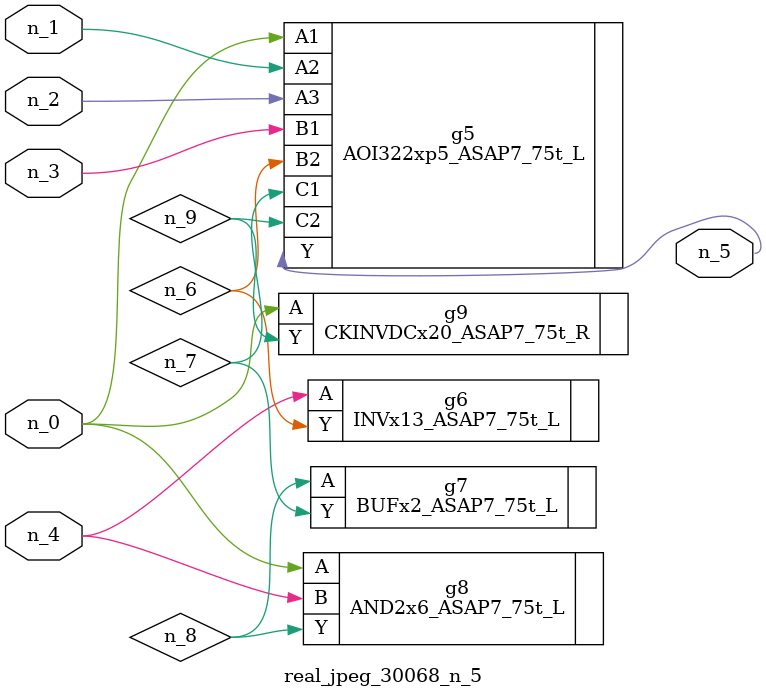
<source format=v>
module real_jpeg_30068_n_5 (n_4, n_0, n_1, n_2, n_3, n_5);

input n_4;
input n_0;
input n_1;
input n_2;
input n_3;

output n_5;

wire n_8;
wire n_6;
wire n_7;
wire n_9;

AOI322xp5_ASAP7_75t_L g5 ( 
.A1(n_0),
.A2(n_1),
.A3(n_2),
.B1(n_3),
.B2(n_6),
.C1(n_7),
.C2(n_9),
.Y(n_5)
);

AND2x6_ASAP7_75t_L g8 ( 
.A(n_0),
.B(n_4),
.Y(n_8)
);

CKINVDCx20_ASAP7_75t_R g9 ( 
.A(n_0),
.Y(n_9)
);

INVx13_ASAP7_75t_L g6 ( 
.A(n_4),
.Y(n_6)
);

BUFx2_ASAP7_75t_L g7 ( 
.A(n_8),
.Y(n_7)
);


endmodule
</source>
